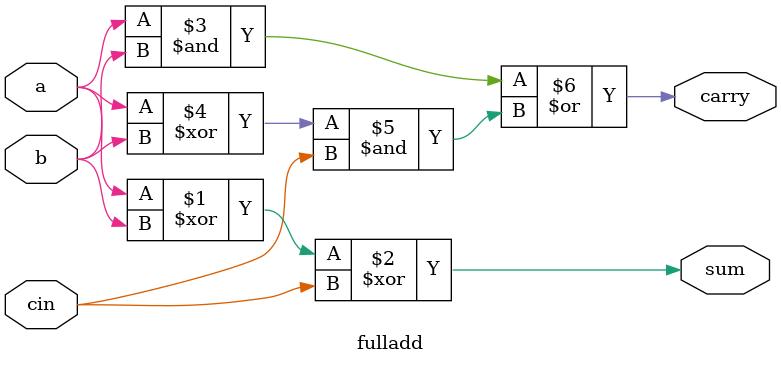
<source format=v>
module fulladd(input a,b,cin,output sum,carry);
  assign sum=a^b^cin;
  assign carry=a&b|(a^b)&cin;
endmodule

</source>
